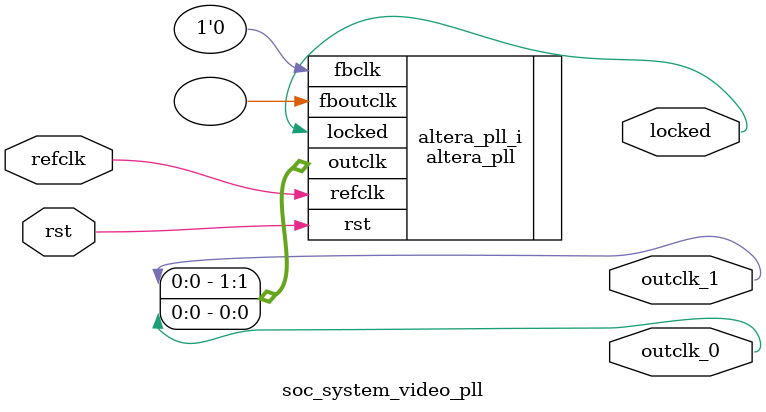
<source format=v>
`timescale 1ns/10ps
module  soc_system_video_pll(

	// interface 'refclk'
	input wire refclk,

	// interface 'reset'
	input wire rst,

	// interface 'outclk0'
	output wire outclk_0,

	// interface 'outclk1'
	output wire outclk_1,

	// interface 'locked'
	output wire locked
);

	altera_pll #(
		.fractional_vco_multiplier("true"),
		.reference_clock_frequency("50.0 MHz"),
		.operation_mode("normal"),
		.number_of_clocks(2),
		.output_clock_frequency0("165.000001 MHz"),
		.phase_shift0("0 ps"),
		.duty_cycle0(50),
		.output_clock_frequency1("148.500000 MHz"),
		.phase_shift1("0 ps"),
		.duty_cycle1(50),
		.output_clock_frequency2("0 MHz"),
		.phase_shift2("0 ps"),
		.duty_cycle2(50),
		.output_clock_frequency3("0 MHz"),
		.phase_shift3("0 ps"),
		.duty_cycle3(50),
		.output_clock_frequency4("0 MHz"),
		.phase_shift4("0 ps"),
		.duty_cycle4(50),
		.output_clock_frequency5("0 MHz"),
		.phase_shift5("0 ps"),
		.duty_cycle5(50),
		.output_clock_frequency6("0 MHz"),
		.phase_shift6("0 ps"),
		.duty_cycle6(50),
		.output_clock_frequency7("0 MHz"),
		.phase_shift7("0 ps"),
		.duty_cycle7(50),
		.output_clock_frequency8("0 MHz"),
		.phase_shift8("0 ps"),
		.duty_cycle8(50),
		.output_clock_frequency9("0 MHz"),
		.phase_shift9("0 ps"),
		.duty_cycle9(50),
		.output_clock_frequency10("0 MHz"),
		.phase_shift10("0 ps"),
		.duty_cycle10(50),
		.output_clock_frequency11("0 MHz"),
		.phase_shift11("0 ps"),
		.duty_cycle11(50),
		.output_clock_frequency12("0 MHz"),
		.phase_shift12("0 ps"),
		.duty_cycle12(50),
		.output_clock_frequency13("0 MHz"),
		.phase_shift13("0 ps"),
		.duty_cycle13(50),
		.output_clock_frequency14("0 MHz"),
		.phase_shift14("0 ps"),
		.duty_cycle14(50),
		.output_clock_frequency15("0 MHz"),
		.phase_shift15("0 ps"),
		.duty_cycle15(50),
		.output_clock_frequency16("0 MHz"),
		.phase_shift16("0 ps"),
		.duty_cycle16(50),
		.output_clock_frequency17("0 MHz"),
		.phase_shift17("0 ps"),
		.duty_cycle17(50),
		.pll_type("General"),
		.pll_subtype("General")
	) altera_pll_i (
		.rst	(rst),
		.outclk	({outclk_1, outclk_0}),
		.locked	(locked),
		.fboutclk	( ),
		.fbclk	(1'b0),
		.refclk	(refclk)
	);
endmodule


</source>
